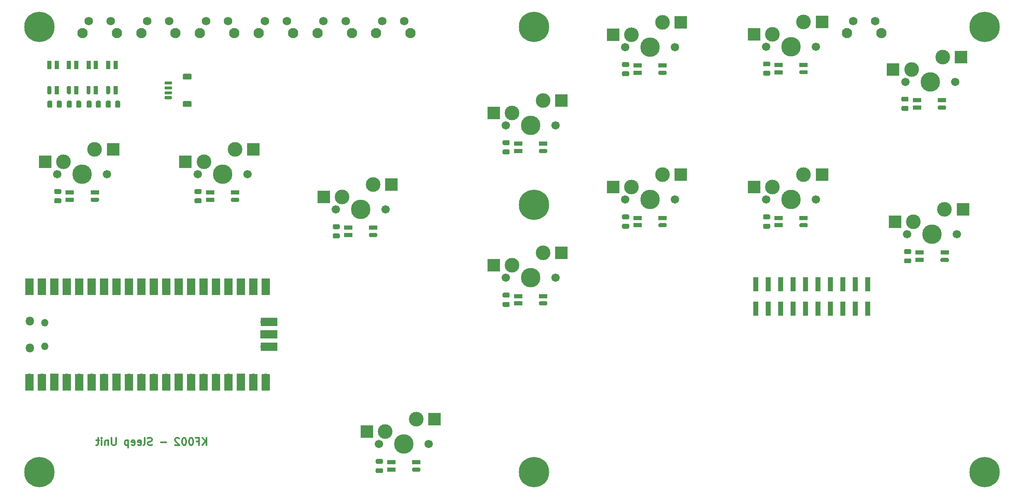
<source format=gbs>
G04 #@! TF.GenerationSoftware,KiCad,Pcbnew,(5.1.9)-1*
G04 #@! TF.CreationDate,2021-09-13T12:17:35-05:00*
G04 #@! TF.ProjectId,OSFRD,4f534652-442e-46b6-9963-61645f706362,rev?*
G04 #@! TF.SameCoordinates,Original*
G04 #@! TF.FileFunction,Soldermask,Bot*
G04 #@! TF.FilePolarity,Negative*
%FSLAX46Y46*%
G04 Gerber Fmt 4.6, Leading zero omitted, Abs format (unit mm)*
G04 Created by KiCad (PCBNEW (5.1.9)-1) date 2021-09-13 12:17:35*
%MOMM*%
%LPD*%
G01*
G04 APERTURE LIST*
%ADD10C,0.300000*%
%ADD11R,1.000000X3.000000*%
%ADD12O,1.700000X1.700000*%
%ADD13R,3.500000X1.700000*%
%ADD14R,1.700000X1.700000*%
%ADD15O,1.500000X1.500000*%
%ADD16O,1.800000X1.800000*%
%ADD17R,1.700000X3.500000*%
%ADD18R,0.820000X1.700000*%
%ADD19C,2.100000*%
%ADD20C,1.750000*%
%ADD21R,2.550000X2.500000*%
%ADD22C,1.701800*%
%ADD23C,3.987800*%
%ADD24C,3.000000*%
%ADD25R,1.700000X0.820000*%
%ADD26C,6.200000*%
G04 APERTURE END LIST*
D10*
X92092857Y-122628571D02*
X92092857Y-121128571D01*
X91235714Y-122628571D02*
X91878571Y-121771428D01*
X91235714Y-121128571D02*
X92092857Y-121985714D01*
X90092857Y-121842857D02*
X90592857Y-121842857D01*
X90592857Y-122628571D02*
X90592857Y-121128571D01*
X89878571Y-121128571D01*
X89021428Y-121128571D02*
X88878571Y-121128571D01*
X88735714Y-121200000D01*
X88664285Y-121271428D01*
X88592857Y-121414285D01*
X88521428Y-121700000D01*
X88521428Y-122057142D01*
X88592857Y-122342857D01*
X88664285Y-122485714D01*
X88735714Y-122557142D01*
X88878571Y-122628571D01*
X89021428Y-122628571D01*
X89164285Y-122557142D01*
X89235714Y-122485714D01*
X89307142Y-122342857D01*
X89378571Y-122057142D01*
X89378571Y-121700000D01*
X89307142Y-121414285D01*
X89235714Y-121271428D01*
X89164285Y-121200000D01*
X89021428Y-121128571D01*
X87592857Y-121128571D02*
X87450000Y-121128571D01*
X87307142Y-121200000D01*
X87235714Y-121271428D01*
X87164285Y-121414285D01*
X87092857Y-121700000D01*
X87092857Y-122057142D01*
X87164285Y-122342857D01*
X87235714Y-122485714D01*
X87307142Y-122557142D01*
X87450000Y-122628571D01*
X87592857Y-122628571D01*
X87735714Y-122557142D01*
X87807142Y-122485714D01*
X87878571Y-122342857D01*
X87950000Y-122057142D01*
X87950000Y-121700000D01*
X87878571Y-121414285D01*
X87807142Y-121271428D01*
X87735714Y-121200000D01*
X87592857Y-121128571D01*
X86521428Y-121271428D02*
X86450000Y-121200000D01*
X86307142Y-121128571D01*
X85950000Y-121128571D01*
X85807142Y-121200000D01*
X85735714Y-121271428D01*
X85664285Y-121414285D01*
X85664285Y-121557142D01*
X85735714Y-121771428D01*
X86592857Y-122628571D01*
X85664285Y-122628571D01*
X83878571Y-122057142D02*
X82735714Y-122057142D01*
X80950000Y-122557142D02*
X80735714Y-122628571D01*
X80378571Y-122628571D01*
X80235714Y-122557142D01*
X80164285Y-122485714D01*
X80092857Y-122342857D01*
X80092857Y-122200000D01*
X80164285Y-122057142D01*
X80235714Y-121985714D01*
X80378571Y-121914285D01*
X80664285Y-121842857D01*
X80807142Y-121771428D01*
X80878571Y-121700000D01*
X80950000Y-121557142D01*
X80950000Y-121414285D01*
X80878571Y-121271428D01*
X80807142Y-121200000D01*
X80664285Y-121128571D01*
X80307142Y-121128571D01*
X80092857Y-121200000D01*
X79235714Y-122628571D02*
X79378571Y-122557142D01*
X79450000Y-122414285D01*
X79450000Y-121128571D01*
X78092857Y-122557142D02*
X78235714Y-122628571D01*
X78521428Y-122628571D01*
X78664285Y-122557142D01*
X78735714Y-122414285D01*
X78735714Y-121842857D01*
X78664285Y-121700000D01*
X78521428Y-121628571D01*
X78235714Y-121628571D01*
X78092857Y-121700000D01*
X78021428Y-121842857D01*
X78021428Y-121985714D01*
X78735714Y-122128571D01*
X76807142Y-122557142D02*
X76950000Y-122628571D01*
X77235714Y-122628571D01*
X77378571Y-122557142D01*
X77450000Y-122414285D01*
X77450000Y-121842857D01*
X77378571Y-121700000D01*
X77235714Y-121628571D01*
X76950000Y-121628571D01*
X76807142Y-121700000D01*
X76735714Y-121842857D01*
X76735714Y-121985714D01*
X77450000Y-122128571D01*
X76092857Y-121628571D02*
X76092857Y-123128571D01*
X76092857Y-121700000D02*
X75950000Y-121628571D01*
X75664285Y-121628571D01*
X75521428Y-121700000D01*
X75450000Y-121771428D01*
X75378571Y-121914285D01*
X75378571Y-122342857D01*
X75450000Y-122485714D01*
X75521428Y-122557142D01*
X75664285Y-122628571D01*
X75950000Y-122628571D01*
X76092857Y-122557142D01*
X73592857Y-121128571D02*
X73592857Y-122342857D01*
X73521428Y-122485714D01*
X73450000Y-122557142D01*
X73307142Y-122628571D01*
X73021428Y-122628571D01*
X72878571Y-122557142D01*
X72807142Y-122485714D01*
X72735714Y-122342857D01*
X72735714Y-121128571D01*
X72021428Y-121628571D02*
X72021428Y-122628571D01*
X72021428Y-121771428D02*
X71950000Y-121700000D01*
X71807142Y-121628571D01*
X71592857Y-121628571D01*
X71450000Y-121700000D01*
X71378571Y-121842857D01*
X71378571Y-122628571D01*
X70664285Y-122628571D02*
X70664285Y-121628571D01*
X70664285Y-121128571D02*
X70735714Y-121200000D01*
X70664285Y-121271428D01*
X70592857Y-121200000D01*
X70664285Y-121128571D01*
X70664285Y-121271428D01*
X70164285Y-121628571D02*
X69592857Y-121628571D01*
X69950000Y-121128571D02*
X69950000Y-122414285D01*
X69878571Y-122557142D01*
X69735714Y-122628571D01*
X69592857Y-122628571D01*
D11*
X204260000Y-94710000D03*
X204260000Y-89670000D03*
X206800000Y-94710000D03*
X206800000Y-89670000D03*
X209340000Y-94710000D03*
X209340000Y-89670000D03*
X211880000Y-94710000D03*
X211880000Y-89670000D03*
X214420000Y-94710000D03*
X214420000Y-89670000D03*
X216960000Y-94710000D03*
X216960000Y-89670000D03*
X219500000Y-94710000D03*
X219500000Y-89670000D03*
X222040000Y-94710000D03*
X222040000Y-89670000D03*
X224580000Y-94710000D03*
X224580000Y-89670000D03*
X227120000Y-94710000D03*
X227120000Y-89670000D03*
D12*
X103940000Y-102510000D03*
D13*
X104840000Y-102510000D03*
D14*
X103940000Y-99970000D03*
D13*
X104840000Y-99970000D03*
D12*
X103940000Y-97430000D03*
D13*
X104840000Y-97430000D03*
D15*
X59070000Y-102395000D03*
X59070000Y-97545000D03*
D16*
X56040000Y-102695000D03*
X56040000Y-97245000D03*
D17*
X104170000Y-109760000D03*
X101630000Y-109760000D03*
X99090000Y-109760000D03*
X96550000Y-109760000D03*
X94010000Y-109760000D03*
X91470000Y-109760000D03*
X88930000Y-109760000D03*
X86390000Y-109760000D03*
X83850000Y-109760000D03*
X81310000Y-109760000D03*
X78770000Y-109760000D03*
X76230000Y-109760000D03*
X73690000Y-109760000D03*
X71150000Y-109760000D03*
X68610000Y-109760000D03*
X66070000Y-109760000D03*
X63530000Y-109760000D03*
X60990000Y-109760000D03*
X58450000Y-109760000D03*
X55910000Y-109760000D03*
X104170000Y-90180000D03*
X101630000Y-90180000D03*
X99090000Y-90180000D03*
X96550000Y-90180000D03*
X94010000Y-90180000D03*
X91470000Y-90180000D03*
X88930000Y-90180000D03*
X86390000Y-90180000D03*
X83850000Y-90180000D03*
X81310000Y-90180000D03*
X78770000Y-90180000D03*
X76230000Y-90180000D03*
X73690000Y-90180000D03*
X71150000Y-90180000D03*
X68610000Y-90180000D03*
X66070000Y-90180000D03*
X63530000Y-90180000D03*
X60990000Y-90180000D03*
X58450000Y-90180000D03*
X55910000Y-90180000D03*
D12*
X55910000Y-108860000D03*
X58450000Y-108860000D03*
D14*
X60990000Y-108860000D03*
D12*
X63530000Y-108860000D03*
X66070000Y-108860000D03*
X68610000Y-108860000D03*
X71150000Y-108860000D03*
D14*
X73690000Y-108860000D03*
D12*
X76230000Y-108860000D03*
X78770000Y-108860000D03*
X81310000Y-108860000D03*
X83850000Y-108860000D03*
D14*
X86390000Y-108860000D03*
D12*
X88930000Y-108860000D03*
X91470000Y-108860000D03*
X94010000Y-108860000D03*
X96550000Y-108860000D03*
D14*
X99090000Y-108860000D03*
D12*
X101630000Y-108860000D03*
X104170000Y-108860000D03*
X104170000Y-91080000D03*
X101630000Y-91080000D03*
D14*
X99090000Y-91080000D03*
D12*
X96550000Y-91080000D03*
X94010000Y-91080000D03*
X91470000Y-91080000D03*
X88930000Y-91080000D03*
D14*
X86390000Y-91080000D03*
D12*
X83850000Y-91080000D03*
X81310000Y-91080000D03*
X78770000Y-91080000D03*
X76230000Y-91080000D03*
D14*
X73690000Y-91080000D03*
D12*
X71150000Y-91080000D03*
X68610000Y-91080000D03*
X66070000Y-91080000D03*
X63530000Y-91080000D03*
D14*
X60990000Y-91080000D03*
D12*
X58450000Y-91080000D03*
X55910000Y-91080000D03*
G36*
G01*
X72550000Y-52375000D02*
X72550000Y-53325000D01*
G75*
G02*
X72300000Y-53575000I-250000J0D01*
G01*
X71800000Y-53575000D01*
G75*
G02*
X71550000Y-53325000I0J250000D01*
G01*
X71550000Y-52375000D01*
G75*
G02*
X71800000Y-52125000I250000J0D01*
G01*
X72300000Y-52125000D01*
G75*
G02*
X72550000Y-52375000I0J-250000D01*
G01*
G37*
G36*
G01*
X74450000Y-52375000D02*
X74450000Y-53325000D01*
G75*
G02*
X74200000Y-53575000I-250000J0D01*
G01*
X73700000Y-53575000D01*
G75*
G02*
X73450000Y-53325000I0J250000D01*
G01*
X73450000Y-52375000D01*
G75*
G02*
X73700000Y-52125000I250000J0D01*
G01*
X74200000Y-52125000D01*
G75*
G02*
X74450000Y-52375000I0J-250000D01*
G01*
G37*
G36*
G01*
X68600000Y-52375000D02*
X68600000Y-53325000D01*
G75*
G02*
X68350000Y-53575000I-250000J0D01*
G01*
X67850000Y-53575000D01*
G75*
G02*
X67600000Y-53325000I0J250000D01*
G01*
X67600000Y-52375000D01*
G75*
G02*
X67850000Y-52125000I250000J0D01*
G01*
X68350000Y-52125000D01*
G75*
G02*
X68600000Y-52375000I0J-250000D01*
G01*
G37*
G36*
G01*
X70500000Y-52375000D02*
X70500000Y-53325000D01*
G75*
G02*
X70250000Y-53575000I-250000J0D01*
G01*
X69750000Y-53575000D01*
G75*
G02*
X69500000Y-53325000I0J250000D01*
G01*
X69500000Y-52375000D01*
G75*
G02*
X69750000Y-52125000I250000J0D01*
G01*
X70250000Y-52125000D01*
G75*
G02*
X70500000Y-52375000I0J-250000D01*
G01*
G37*
G36*
G01*
X64575000Y-52375000D02*
X64575000Y-53325000D01*
G75*
G02*
X64325000Y-53575000I-250000J0D01*
G01*
X63825000Y-53575000D01*
G75*
G02*
X63575000Y-53325000I0J250000D01*
G01*
X63575000Y-52375000D01*
G75*
G02*
X63825000Y-52125000I250000J0D01*
G01*
X64325000Y-52125000D01*
G75*
G02*
X64575000Y-52375000I0J-250000D01*
G01*
G37*
G36*
G01*
X66475000Y-52375000D02*
X66475000Y-53325000D01*
G75*
G02*
X66225000Y-53575000I-250000J0D01*
G01*
X65725000Y-53575000D01*
G75*
G02*
X65475000Y-53325000I0J250000D01*
G01*
X65475000Y-52375000D01*
G75*
G02*
X65725000Y-52125000I250000J0D01*
G01*
X66225000Y-52125000D01*
G75*
G02*
X66475000Y-52375000I0J-250000D01*
G01*
G37*
G36*
G01*
X60600000Y-52375000D02*
X60600000Y-53325000D01*
G75*
G02*
X60350000Y-53575000I-250000J0D01*
G01*
X59850000Y-53575000D01*
G75*
G02*
X59600000Y-53325000I0J250000D01*
G01*
X59600000Y-52375000D01*
G75*
G02*
X59850000Y-52125000I250000J0D01*
G01*
X60350000Y-52125000D01*
G75*
G02*
X60600000Y-52375000I0J-250000D01*
G01*
G37*
G36*
G01*
X62500000Y-52375000D02*
X62500000Y-53325000D01*
G75*
G02*
X62250000Y-53575000I-250000J0D01*
G01*
X61750000Y-53575000D01*
G75*
G02*
X61500000Y-53325000I0J250000D01*
G01*
X61500000Y-52375000D01*
G75*
G02*
X61750000Y-52125000I250000J0D01*
G01*
X62250000Y-52125000D01*
G75*
G02*
X62500000Y-52375000I0J-250000D01*
G01*
G37*
G36*
G01*
X234810000Y-84410000D02*
X235760000Y-84410000D01*
G75*
G02*
X236010000Y-84660000I0J-250000D01*
G01*
X236010000Y-85160000D01*
G75*
G02*
X235760000Y-85410000I-250000J0D01*
G01*
X234810000Y-85410000D01*
G75*
G02*
X234560000Y-85160000I0J250000D01*
G01*
X234560000Y-84660000D01*
G75*
G02*
X234810000Y-84410000I250000J0D01*
G01*
G37*
G36*
G01*
X234810000Y-82510000D02*
X235760000Y-82510000D01*
G75*
G02*
X236010000Y-82760000I0J-250000D01*
G01*
X236010000Y-83260000D01*
G75*
G02*
X235760000Y-83510000I-250000J0D01*
G01*
X234810000Y-83510000D01*
G75*
G02*
X234560000Y-83260000I0J250000D01*
G01*
X234560000Y-82760000D01*
G75*
G02*
X234810000Y-82510000I250000J0D01*
G01*
G37*
G36*
G01*
X206010000Y-77310000D02*
X206960000Y-77310000D01*
G75*
G02*
X207210000Y-77560000I0J-250000D01*
G01*
X207210000Y-78060000D01*
G75*
G02*
X206960000Y-78310000I-250000J0D01*
G01*
X206010000Y-78310000D01*
G75*
G02*
X205760000Y-78060000I0J250000D01*
G01*
X205760000Y-77560000D01*
G75*
G02*
X206010000Y-77310000I250000J0D01*
G01*
G37*
G36*
G01*
X206010000Y-75410000D02*
X206960000Y-75410000D01*
G75*
G02*
X207210000Y-75660000I0J-250000D01*
G01*
X207210000Y-76160000D01*
G75*
G02*
X206960000Y-76410000I-250000J0D01*
G01*
X206010000Y-76410000D01*
G75*
G02*
X205760000Y-76160000I0J250000D01*
G01*
X205760000Y-75660000D01*
G75*
G02*
X206010000Y-75410000I250000J0D01*
G01*
G37*
G36*
G01*
X177210000Y-77310000D02*
X178160000Y-77310000D01*
G75*
G02*
X178410000Y-77560000I0J-250000D01*
G01*
X178410000Y-78060000D01*
G75*
G02*
X178160000Y-78310000I-250000J0D01*
G01*
X177210000Y-78310000D01*
G75*
G02*
X176960000Y-78060000I0J250000D01*
G01*
X176960000Y-77560000D01*
G75*
G02*
X177210000Y-77310000I250000J0D01*
G01*
G37*
G36*
G01*
X177210000Y-75410000D02*
X178160000Y-75410000D01*
G75*
G02*
X178410000Y-75660000I0J-250000D01*
G01*
X178410000Y-76160000D01*
G75*
G02*
X178160000Y-76410000I-250000J0D01*
G01*
X177210000Y-76410000D01*
G75*
G02*
X176960000Y-76160000I0J250000D01*
G01*
X176960000Y-75660000D01*
G75*
G02*
X177210000Y-75410000I250000J0D01*
G01*
G37*
G36*
G01*
X152810000Y-93310000D02*
X153760000Y-93310000D01*
G75*
G02*
X154010000Y-93560000I0J-250000D01*
G01*
X154010000Y-94060000D01*
G75*
G02*
X153760000Y-94310000I-250000J0D01*
G01*
X152810000Y-94310000D01*
G75*
G02*
X152560000Y-94060000I0J250000D01*
G01*
X152560000Y-93560000D01*
G75*
G02*
X152810000Y-93310000I250000J0D01*
G01*
G37*
G36*
G01*
X152810000Y-91410000D02*
X153760000Y-91410000D01*
G75*
G02*
X154010000Y-91660000I0J-250000D01*
G01*
X154010000Y-92160000D01*
G75*
G02*
X153760000Y-92410000I-250000J0D01*
G01*
X152810000Y-92410000D01*
G75*
G02*
X152560000Y-92160000I0J250000D01*
G01*
X152560000Y-91660000D01*
G75*
G02*
X152810000Y-91410000I250000J0D01*
G01*
G37*
G36*
G01*
X234260000Y-53210000D02*
X235210000Y-53210000D01*
G75*
G02*
X235460000Y-53460000I0J-250000D01*
G01*
X235460000Y-53960000D01*
G75*
G02*
X235210000Y-54210000I-250000J0D01*
G01*
X234260000Y-54210000D01*
G75*
G02*
X234010000Y-53960000I0J250000D01*
G01*
X234010000Y-53460000D01*
G75*
G02*
X234260000Y-53210000I250000J0D01*
G01*
G37*
G36*
G01*
X234260000Y-51310000D02*
X235210000Y-51310000D01*
G75*
G02*
X235460000Y-51560000I0J-250000D01*
G01*
X235460000Y-52060000D01*
G75*
G02*
X235210000Y-52310000I-250000J0D01*
G01*
X234260000Y-52310000D01*
G75*
G02*
X234010000Y-52060000I0J250000D01*
G01*
X234010000Y-51560000D01*
G75*
G02*
X234260000Y-51310000I250000J0D01*
G01*
G37*
G36*
G01*
X206010000Y-46010000D02*
X206960000Y-46010000D01*
G75*
G02*
X207210000Y-46260000I0J-250000D01*
G01*
X207210000Y-46760000D01*
G75*
G02*
X206960000Y-47010000I-250000J0D01*
G01*
X206010000Y-47010000D01*
G75*
G02*
X205760000Y-46760000I0J250000D01*
G01*
X205760000Y-46260000D01*
G75*
G02*
X206010000Y-46010000I250000J0D01*
G01*
G37*
G36*
G01*
X206010000Y-44110000D02*
X206960000Y-44110000D01*
G75*
G02*
X207210000Y-44360000I0J-250000D01*
G01*
X207210000Y-44860000D01*
G75*
G02*
X206960000Y-45110000I-250000J0D01*
G01*
X206010000Y-45110000D01*
G75*
G02*
X205760000Y-44860000I0J250000D01*
G01*
X205760000Y-44360000D01*
G75*
G02*
X206010000Y-44110000I250000J0D01*
G01*
G37*
G36*
G01*
X177210000Y-46110000D02*
X178160000Y-46110000D01*
G75*
G02*
X178410000Y-46360000I0J-250000D01*
G01*
X178410000Y-46860000D01*
G75*
G02*
X178160000Y-47110000I-250000J0D01*
G01*
X177210000Y-47110000D01*
G75*
G02*
X176960000Y-46860000I0J250000D01*
G01*
X176960000Y-46360000D01*
G75*
G02*
X177210000Y-46110000I250000J0D01*
G01*
G37*
G36*
G01*
X177210000Y-44210000D02*
X178160000Y-44210000D01*
G75*
G02*
X178410000Y-44460000I0J-250000D01*
G01*
X178410000Y-44960000D01*
G75*
G02*
X178160000Y-45210000I-250000J0D01*
G01*
X177210000Y-45210000D01*
G75*
G02*
X176960000Y-44960000I0J250000D01*
G01*
X176960000Y-44460000D01*
G75*
G02*
X177210000Y-44210000I250000J0D01*
G01*
G37*
G36*
G01*
X152810000Y-62110000D02*
X153760000Y-62110000D01*
G75*
G02*
X154010000Y-62360000I0J-250000D01*
G01*
X154010000Y-62860000D01*
G75*
G02*
X153760000Y-63110000I-250000J0D01*
G01*
X152810000Y-63110000D01*
G75*
G02*
X152560000Y-62860000I0J250000D01*
G01*
X152560000Y-62360000D01*
G75*
G02*
X152810000Y-62110000I250000J0D01*
G01*
G37*
G36*
G01*
X152810000Y-60210000D02*
X153760000Y-60210000D01*
G75*
G02*
X154010000Y-60460000I0J-250000D01*
G01*
X154010000Y-60960000D01*
G75*
G02*
X153760000Y-61210000I-250000J0D01*
G01*
X152810000Y-61210000D01*
G75*
G02*
X152560000Y-60960000I0J250000D01*
G01*
X152560000Y-60460000D01*
G75*
G02*
X152810000Y-60210000I250000J0D01*
G01*
G37*
G36*
G01*
X118115000Y-79310000D02*
X119065000Y-79310000D01*
G75*
G02*
X119315000Y-79560000I0J-250000D01*
G01*
X119315000Y-80060000D01*
G75*
G02*
X119065000Y-80310000I-250000J0D01*
G01*
X118115000Y-80310000D01*
G75*
G02*
X117865000Y-80060000I0J250000D01*
G01*
X117865000Y-79560000D01*
G75*
G02*
X118115000Y-79310000I250000J0D01*
G01*
G37*
G36*
G01*
X118115000Y-77410000D02*
X119065000Y-77410000D01*
G75*
G02*
X119315000Y-77660000I0J-250000D01*
G01*
X119315000Y-78160000D01*
G75*
G02*
X119065000Y-78410000I-250000J0D01*
G01*
X118115000Y-78410000D01*
G75*
G02*
X117865000Y-78160000I0J250000D01*
G01*
X117865000Y-77660000D01*
G75*
G02*
X118115000Y-77410000I250000J0D01*
G01*
G37*
G36*
G01*
X61245000Y-72110000D02*
X62195000Y-72110000D01*
G75*
G02*
X62445000Y-72360000I0J-250000D01*
G01*
X62445000Y-72860000D01*
G75*
G02*
X62195000Y-73110000I-250000J0D01*
G01*
X61245000Y-73110000D01*
G75*
G02*
X60995000Y-72860000I0J250000D01*
G01*
X60995000Y-72360000D01*
G75*
G02*
X61245000Y-72110000I250000J0D01*
G01*
G37*
G36*
G01*
X61245000Y-70210000D02*
X62195000Y-70210000D01*
G75*
G02*
X62445000Y-70460000I0J-250000D01*
G01*
X62445000Y-70960000D01*
G75*
G02*
X62195000Y-71210000I-250000J0D01*
G01*
X61245000Y-71210000D01*
G75*
G02*
X60995000Y-70960000I0J250000D01*
G01*
X60995000Y-70460000D01*
G75*
G02*
X61245000Y-70210000I250000J0D01*
G01*
G37*
G36*
G01*
X89880000Y-72110000D02*
X90830000Y-72110000D01*
G75*
G02*
X91080000Y-72360000I0J-250000D01*
G01*
X91080000Y-72860000D01*
G75*
G02*
X90830000Y-73110000I-250000J0D01*
G01*
X89880000Y-73110000D01*
G75*
G02*
X89630000Y-72860000I0J250000D01*
G01*
X89630000Y-72360000D01*
G75*
G02*
X89880000Y-72110000I250000J0D01*
G01*
G37*
G36*
G01*
X89880000Y-70210000D02*
X90830000Y-70210000D01*
G75*
G02*
X91080000Y-70460000I0J-250000D01*
G01*
X91080000Y-70960000D01*
G75*
G02*
X90830000Y-71210000I-250000J0D01*
G01*
X89880000Y-71210000D01*
G75*
G02*
X89630000Y-70960000I0J250000D01*
G01*
X89630000Y-70460000D01*
G75*
G02*
X89880000Y-70210000I250000J0D01*
G01*
G37*
G36*
G01*
X126915000Y-127340000D02*
X127865000Y-127340000D01*
G75*
G02*
X128115000Y-127590000I0J-250000D01*
G01*
X128115000Y-128090000D01*
G75*
G02*
X127865000Y-128340000I-250000J0D01*
G01*
X126915000Y-128340000D01*
G75*
G02*
X126665000Y-128090000I0J250000D01*
G01*
X126665000Y-127590000D01*
G75*
G02*
X126915000Y-127340000I250000J0D01*
G01*
G37*
G36*
G01*
X126915000Y-125440000D02*
X127865000Y-125440000D01*
G75*
G02*
X128115000Y-125690000I0J-250000D01*
G01*
X128115000Y-126190000D01*
G75*
G02*
X127865000Y-126440000I-250000J0D01*
G01*
X126915000Y-126440000D01*
G75*
G02*
X126665000Y-126190000I0J250000D01*
G01*
X126665000Y-125690000D01*
G75*
G02*
X126915000Y-125440000I250000J0D01*
G01*
G37*
G36*
G01*
X71795000Y-49100000D02*
X72205000Y-49100000D01*
G75*
G02*
X72410000Y-49305000I0J-205000D01*
G01*
X72410000Y-50595000D01*
G75*
G02*
X72205000Y-50800000I-205000J0D01*
G01*
X71795000Y-50800000D01*
G75*
G02*
X71590000Y-50595000I0J205000D01*
G01*
X71590000Y-49305000D01*
G75*
G02*
X71795000Y-49100000I205000J0D01*
G01*
G37*
D18*
X73500000Y-49950000D03*
X72000000Y-44850000D03*
X73500000Y-44850000D03*
G36*
G01*
X67795000Y-49100000D02*
X68205000Y-49100000D01*
G75*
G02*
X68410000Y-49305000I0J-205000D01*
G01*
X68410000Y-50595000D01*
G75*
G02*
X68205000Y-50800000I-205000J0D01*
G01*
X67795000Y-50800000D01*
G75*
G02*
X67590000Y-50595000I0J205000D01*
G01*
X67590000Y-49305000D01*
G75*
G02*
X67795000Y-49100000I205000J0D01*
G01*
G37*
X69500000Y-49950000D03*
X68000000Y-44850000D03*
X69500000Y-44850000D03*
G36*
G01*
X63795000Y-49100000D02*
X64205000Y-49100000D01*
G75*
G02*
X64410000Y-49305000I0J-205000D01*
G01*
X64410000Y-50595000D01*
G75*
G02*
X64205000Y-50800000I-205000J0D01*
G01*
X63795000Y-50800000D01*
G75*
G02*
X63590000Y-50595000I0J205000D01*
G01*
X63590000Y-49305000D01*
G75*
G02*
X63795000Y-49100000I205000J0D01*
G01*
G37*
X65500000Y-49950000D03*
X64000000Y-44850000D03*
X65500000Y-44850000D03*
G36*
G01*
X59795000Y-49100000D02*
X60205000Y-49100000D01*
G75*
G02*
X60410000Y-49305000I0J-205000D01*
G01*
X60410000Y-50595000D01*
G75*
G02*
X60205000Y-50800000I-205000J0D01*
G01*
X59795000Y-50800000D01*
G75*
G02*
X59590000Y-50595000I0J205000D01*
G01*
X59590000Y-49305000D01*
G75*
G02*
X59795000Y-49100000I205000J0D01*
G01*
G37*
X61500000Y-49950000D03*
X60000000Y-44850000D03*
X61500000Y-44850000D03*
D19*
X126750000Y-38340000D03*
D20*
X128000000Y-35850000D03*
X132500000Y-35850000D03*
D19*
X133760000Y-38340000D03*
X90750000Y-38340000D03*
D20*
X92000000Y-35850000D03*
X96500000Y-35850000D03*
D19*
X97760000Y-38340000D03*
X114750000Y-38340000D03*
D20*
X116000000Y-35850000D03*
X120500000Y-35850000D03*
D19*
X121760000Y-38340000D03*
X78750000Y-38340000D03*
D20*
X80000000Y-35850000D03*
X84500000Y-35850000D03*
D19*
X85760000Y-38340000D03*
X222900000Y-38340000D03*
D20*
X224150000Y-35850000D03*
X228650000Y-35850000D03*
D19*
X229910000Y-38340000D03*
X102750000Y-38340000D03*
D20*
X104000000Y-35850000D03*
X108500000Y-35850000D03*
D19*
X109760000Y-38340000D03*
X66750000Y-38340000D03*
D20*
X68000000Y-35850000D03*
X72500000Y-35850000D03*
D19*
X73760000Y-38340000D03*
G36*
G01*
X87504999Y-52210000D02*
X88805001Y-52210000D01*
G75*
G02*
X89055000Y-52459999I0J-249999D01*
G01*
X89055000Y-53160001D01*
G75*
G02*
X88805001Y-53410000I-249999J0D01*
G01*
X87504999Y-53410000D01*
G75*
G02*
X87255000Y-53160001I0J249999D01*
G01*
X87255000Y-52459999D01*
G75*
G02*
X87504999Y-52210000I249999J0D01*
G01*
G37*
G36*
G01*
X87504999Y-46610000D02*
X88805001Y-46610000D01*
G75*
G02*
X89055000Y-46859999I0J-249999D01*
G01*
X89055000Y-47560001D01*
G75*
G02*
X88805001Y-47810000I-249999J0D01*
G01*
X87504999Y-47810000D01*
G75*
G02*
X87255000Y-47560001I0J249999D01*
G01*
X87255000Y-46859999D01*
G75*
G02*
X87504999Y-46610000I249999J0D01*
G01*
G37*
G36*
G01*
X83655000Y-51210000D02*
X84905000Y-51210000D01*
G75*
G02*
X85055000Y-51360000I0J-150000D01*
G01*
X85055000Y-51660000D01*
G75*
G02*
X84905000Y-51810000I-150000J0D01*
G01*
X83655000Y-51810000D01*
G75*
G02*
X83505000Y-51660000I0J150000D01*
G01*
X83505000Y-51360000D01*
G75*
G02*
X83655000Y-51210000I150000J0D01*
G01*
G37*
G36*
G01*
X83655000Y-50210000D02*
X84905000Y-50210000D01*
G75*
G02*
X85055000Y-50360000I0J-150000D01*
G01*
X85055000Y-50660000D01*
G75*
G02*
X84905000Y-50810000I-150000J0D01*
G01*
X83655000Y-50810000D01*
G75*
G02*
X83505000Y-50660000I0J150000D01*
G01*
X83505000Y-50360000D01*
G75*
G02*
X83655000Y-50210000I150000J0D01*
G01*
G37*
G36*
G01*
X83655000Y-49210000D02*
X84905000Y-49210000D01*
G75*
G02*
X85055000Y-49360000I0J-150000D01*
G01*
X85055000Y-49660000D01*
G75*
G02*
X84905000Y-49810000I-150000J0D01*
G01*
X83655000Y-49810000D01*
G75*
G02*
X83505000Y-49660000I0J150000D01*
G01*
X83505000Y-49360000D01*
G75*
G02*
X83655000Y-49210000I150000J0D01*
G01*
G37*
G36*
G01*
X83655000Y-48210000D02*
X84905000Y-48210000D01*
G75*
G02*
X85055000Y-48360000I0J-150000D01*
G01*
X85055000Y-48660000D01*
G75*
G02*
X84905000Y-48810000I-150000J0D01*
G01*
X83655000Y-48810000D01*
G75*
G02*
X83505000Y-48660000I0J150000D01*
G01*
X83505000Y-48360000D01*
G75*
G02*
X83655000Y-48210000I150000J0D01*
G01*
G37*
D21*
X150725000Y-85820000D03*
D22*
X153205000Y-88360000D03*
X163365000Y-88360000D03*
D23*
X158285000Y-88360000D03*
D24*
X154475000Y-85820000D03*
X160825000Y-83280000D03*
D21*
X164575000Y-83280000D03*
G36*
G01*
X241985000Y-84915000D02*
X241985000Y-84505000D01*
G75*
G02*
X242190000Y-84300000I205000J0D01*
G01*
X243480000Y-84300000D01*
G75*
G02*
X243685000Y-84505000I0J-205000D01*
G01*
X243685000Y-84915000D01*
G75*
G02*
X243480000Y-85120000I-205000J0D01*
G01*
X242190000Y-85120000D01*
G75*
G02*
X241985000Y-84915000I0J205000D01*
G01*
G37*
D25*
X242835000Y-83210000D03*
X237735000Y-84710000D03*
X237735000Y-83210000D03*
G36*
G01*
X213185000Y-77815000D02*
X213185000Y-77405000D01*
G75*
G02*
X213390000Y-77200000I205000J0D01*
G01*
X214680000Y-77200000D01*
G75*
G02*
X214885000Y-77405000I0J-205000D01*
G01*
X214885000Y-77815000D01*
G75*
G02*
X214680000Y-78020000I-205000J0D01*
G01*
X213390000Y-78020000D01*
G75*
G02*
X213185000Y-77815000I0J205000D01*
G01*
G37*
X214035000Y-76110000D03*
X208935000Y-77610000D03*
X208935000Y-76110000D03*
G36*
G01*
X184385000Y-77815000D02*
X184385000Y-77405000D01*
G75*
G02*
X184590000Y-77200000I205000J0D01*
G01*
X185880000Y-77200000D01*
G75*
G02*
X186085000Y-77405000I0J-205000D01*
G01*
X186085000Y-77815000D01*
G75*
G02*
X185880000Y-78020000I-205000J0D01*
G01*
X184590000Y-78020000D01*
G75*
G02*
X184385000Y-77815000I0J205000D01*
G01*
G37*
X185235000Y-76110000D03*
X180135000Y-77610000D03*
X180135000Y-76110000D03*
G36*
G01*
X159985000Y-93815000D02*
X159985000Y-93405000D01*
G75*
G02*
X160190000Y-93200000I205000J0D01*
G01*
X161480000Y-93200000D01*
G75*
G02*
X161685000Y-93405000I0J-205000D01*
G01*
X161685000Y-93815000D01*
G75*
G02*
X161480000Y-94020000I-205000J0D01*
G01*
X160190000Y-94020000D01*
G75*
G02*
X159985000Y-93815000I0J205000D01*
G01*
G37*
X160835000Y-92110000D03*
X155735000Y-93610000D03*
X155735000Y-92110000D03*
G36*
G01*
X241435000Y-53715000D02*
X241435000Y-53305000D01*
G75*
G02*
X241640000Y-53100000I205000J0D01*
G01*
X242930000Y-53100000D01*
G75*
G02*
X243135000Y-53305000I0J-205000D01*
G01*
X243135000Y-53715000D01*
G75*
G02*
X242930000Y-53920000I-205000J0D01*
G01*
X241640000Y-53920000D01*
G75*
G02*
X241435000Y-53715000I0J205000D01*
G01*
G37*
X242285000Y-52010000D03*
X237185000Y-53510000D03*
X237185000Y-52010000D03*
G36*
G01*
X213185000Y-46515000D02*
X213185000Y-46105000D01*
G75*
G02*
X213390000Y-45900000I205000J0D01*
G01*
X214680000Y-45900000D01*
G75*
G02*
X214885000Y-46105000I0J-205000D01*
G01*
X214885000Y-46515000D01*
G75*
G02*
X214680000Y-46720000I-205000J0D01*
G01*
X213390000Y-46720000D01*
G75*
G02*
X213185000Y-46515000I0J205000D01*
G01*
G37*
X214035000Y-44810000D03*
X208935000Y-46310000D03*
X208935000Y-44810000D03*
G36*
G01*
X184385000Y-46615000D02*
X184385000Y-46205000D01*
G75*
G02*
X184590000Y-46000000I205000J0D01*
G01*
X185880000Y-46000000D01*
G75*
G02*
X186085000Y-46205000I0J-205000D01*
G01*
X186085000Y-46615000D01*
G75*
G02*
X185880000Y-46820000I-205000J0D01*
G01*
X184590000Y-46820000D01*
G75*
G02*
X184385000Y-46615000I0J205000D01*
G01*
G37*
X185235000Y-44910000D03*
X180135000Y-46410000D03*
X180135000Y-44910000D03*
G36*
G01*
X159985000Y-62615000D02*
X159985000Y-62205000D01*
G75*
G02*
X160190000Y-62000000I205000J0D01*
G01*
X161480000Y-62000000D01*
G75*
G02*
X161685000Y-62205000I0J-205000D01*
G01*
X161685000Y-62615000D01*
G75*
G02*
X161480000Y-62820000I-205000J0D01*
G01*
X160190000Y-62820000D01*
G75*
G02*
X159985000Y-62615000I0J205000D01*
G01*
G37*
X160835000Y-60910000D03*
X155735000Y-62410000D03*
X155735000Y-60910000D03*
D21*
X232725000Y-76920000D03*
D22*
X235205000Y-79460000D03*
X245365000Y-79460000D03*
D23*
X240285000Y-79460000D03*
D24*
X236475000Y-76920000D03*
X242825000Y-74380000D03*
D21*
X246575000Y-74380000D03*
X203925000Y-69820000D03*
D22*
X206405000Y-72360000D03*
X216565000Y-72360000D03*
D23*
X211485000Y-72360000D03*
D24*
X207675000Y-69820000D03*
X214025000Y-67280000D03*
D21*
X217775000Y-67280000D03*
X175125000Y-69820000D03*
D22*
X177605000Y-72360000D03*
X187765000Y-72360000D03*
D23*
X182685000Y-72360000D03*
D24*
X178875000Y-69820000D03*
X185225000Y-67280000D03*
D21*
X188975000Y-67280000D03*
X232325000Y-45720000D03*
D22*
X234805000Y-48260000D03*
X244965000Y-48260000D03*
D23*
X239885000Y-48260000D03*
D24*
X236075000Y-45720000D03*
X242425000Y-43180000D03*
D21*
X246175000Y-43180000D03*
X203925000Y-38520000D03*
D22*
X206405000Y-41060000D03*
X216565000Y-41060000D03*
D23*
X211485000Y-41060000D03*
D24*
X207675000Y-38520000D03*
X214025000Y-35980000D03*
D21*
X217775000Y-35980000D03*
X175125000Y-38620000D03*
D22*
X177605000Y-41160000D03*
X187765000Y-41160000D03*
D23*
X182685000Y-41160000D03*
D24*
X178875000Y-38620000D03*
X185225000Y-36080000D03*
D21*
X188975000Y-36080000D03*
X150725000Y-54620000D03*
D22*
X153205000Y-57160000D03*
X163365000Y-57160000D03*
D23*
X158285000Y-57160000D03*
D24*
X154475000Y-54620000D03*
X160825000Y-52080000D03*
D21*
X164575000Y-52080000D03*
G36*
G01*
X125290000Y-79815000D02*
X125290000Y-79405000D01*
G75*
G02*
X125495000Y-79200000I205000J0D01*
G01*
X126785000Y-79200000D01*
G75*
G02*
X126990000Y-79405000I0J-205000D01*
G01*
X126990000Y-79815000D01*
G75*
G02*
X126785000Y-80020000I-205000J0D01*
G01*
X125495000Y-80020000D01*
G75*
G02*
X125290000Y-79815000I0J205000D01*
G01*
G37*
D25*
X126140000Y-78110000D03*
X121040000Y-79610000D03*
X121040000Y-78110000D03*
G36*
G01*
X68420000Y-72615000D02*
X68420000Y-72205000D01*
G75*
G02*
X68625000Y-72000000I205000J0D01*
G01*
X69915000Y-72000000D01*
G75*
G02*
X70120000Y-72205000I0J-205000D01*
G01*
X70120000Y-72615000D01*
G75*
G02*
X69915000Y-72820000I-205000J0D01*
G01*
X68625000Y-72820000D01*
G75*
G02*
X68420000Y-72615000I0J205000D01*
G01*
G37*
X69270000Y-70910000D03*
X64170000Y-72410000D03*
X64170000Y-70910000D03*
G36*
G01*
X97055000Y-72615000D02*
X97055000Y-72205000D01*
G75*
G02*
X97260000Y-72000000I205000J0D01*
G01*
X98550000Y-72000000D01*
G75*
G02*
X98755000Y-72205000I0J-205000D01*
G01*
X98755000Y-72615000D01*
G75*
G02*
X98550000Y-72820000I-205000J0D01*
G01*
X97260000Y-72820000D01*
G75*
G02*
X97055000Y-72615000I0J205000D01*
G01*
G37*
X97905000Y-70910000D03*
X92805000Y-72410000D03*
X92805000Y-70910000D03*
G36*
G01*
X134090000Y-127845000D02*
X134090000Y-127435000D01*
G75*
G02*
X134295000Y-127230000I205000J0D01*
G01*
X135585000Y-127230000D01*
G75*
G02*
X135790000Y-127435000I0J-205000D01*
G01*
X135790000Y-127845000D01*
G75*
G02*
X135585000Y-128050000I-205000J0D01*
G01*
X134295000Y-128050000D01*
G75*
G02*
X134090000Y-127845000I0J205000D01*
G01*
G37*
X134940000Y-126140000D03*
X129840000Y-127640000D03*
X129840000Y-126140000D03*
D21*
X87795000Y-64620000D03*
D22*
X90275000Y-67160000D03*
X100435000Y-67160000D03*
D23*
X95355000Y-67160000D03*
D24*
X91545000Y-64620000D03*
X97895000Y-62080000D03*
D21*
X101645000Y-62080000D03*
X124830000Y-119850000D03*
D22*
X127310000Y-122390000D03*
X137470000Y-122390000D03*
D23*
X132390000Y-122390000D03*
D24*
X128580000Y-119850000D03*
X134930000Y-117310000D03*
D21*
X138680000Y-117310000D03*
X116030000Y-71820000D03*
D22*
X118510000Y-74360000D03*
X128670000Y-74360000D03*
D23*
X123590000Y-74360000D03*
D24*
X119780000Y-71820000D03*
X126130000Y-69280000D03*
D21*
X129880000Y-69280000D03*
X59160000Y-64620000D03*
D22*
X61640000Y-67160000D03*
X71800000Y-67160000D03*
D23*
X66720000Y-67160000D03*
D24*
X62910000Y-64620000D03*
X69260000Y-62080000D03*
D21*
X73010000Y-62080000D03*
D26*
X159000000Y-73450000D03*
X58000000Y-37000000D03*
X58000000Y-128100000D03*
X159000000Y-128100000D03*
X159000000Y-37000000D03*
X251000000Y-37000000D03*
X251000000Y-128100000D03*
M02*

</source>
